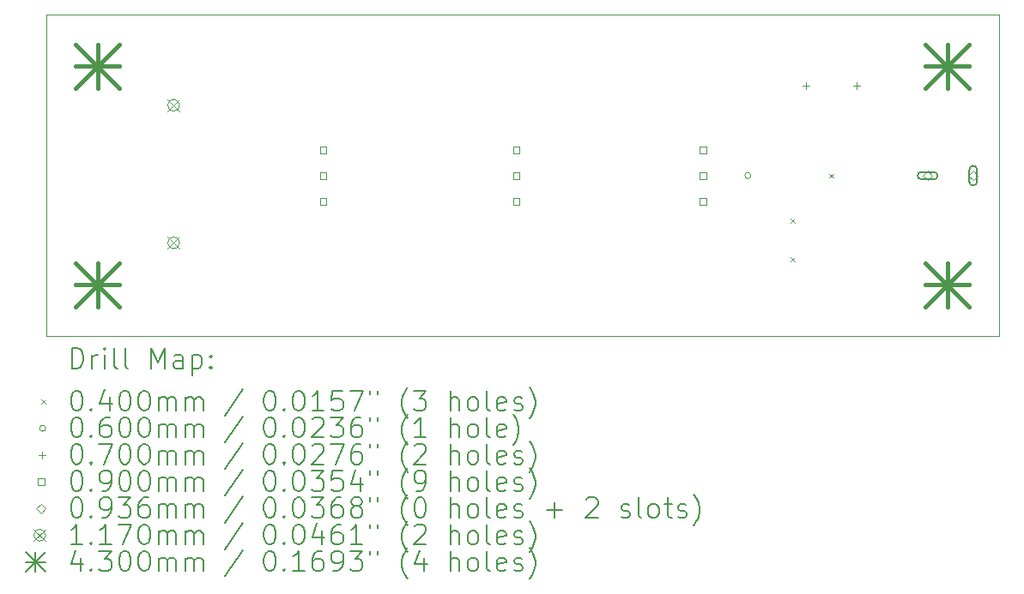
<source format=gbr>
%FSLAX45Y45*%
G04 Gerber Fmt 4.5, Leading zero omitted, Abs format (unit mm)*
G04 Created by KiCad (PCBNEW (6.0.2)) date 2022-04-20 19:37:09*
%MOMM*%
%LPD*%
G01*
G04 APERTURE LIST*
%TA.AperFunction,Profile*%
%ADD10C,0.100000*%
%TD*%
%ADD11C,0.200000*%
%ADD12C,0.040000*%
%ADD13C,0.060000*%
%ADD14C,0.070000*%
%ADD15C,0.090000*%
%ADD16C,0.093560*%
%ADD17C,0.117000*%
%ADD18C,0.430000*%
G04 APERTURE END LIST*
D10*
X10299700Y-8128000D02*
X19697700Y-8128000D01*
X19697700Y-8128000D02*
X19697700Y-11303000D01*
X19697700Y-11303000D02*
X10299700Y-11303000D01*
X10299700Y-11303000D02*
X10299700Y-8128000D01*
D11*
D12*
X17645700Y-10140000D02*
X17685700Y-10180000D01*
X17685700Y-10140000D02*
X17645700Y-10180000D01*
X17645700Y-10521000D02*
X17685700Y-10561000D01*
X17685700Y-10521000D02*
X17645700Y-10561000D01*
X18026700Y-9695500D02*
X18066700Y-9735500D01*
X18066700Y-9695500D02*
X18026700Y-9735500D01*
D13*
X17251200Y-9715500D02*
G75*
G03*
X17251200Y-9715500I-30000J0D01*
G01*
D14*
X17796700Y-8791500D02*
X17796700Y-8861500D01*
X17761700Y-8826500D02*
X17831700Y-8826500D01*
X18296700Y-8791500D02*
X18296700Y-8861500D01*
X18261700Y-8826500D02*
X18331700Y-8826500D01*
D15*
X13062020Y-9493320D02*
X13062020Y-9429680D01*
X12998380Y-9429680D01*
X12998380Y-9493320D01*
X13062020Y-9493320D01*
X13062020Y-9747320D02*
X13062020Y-9683680D01*
X12998380Y-9683680D01*
X12998380Y-9747320D01*
X13062020Y-9747320D01*
X13062020Y-10001320D02*
X13062020Y-9937680D01*
X12998380Y-9937680D01*
X12998380Y-10001320D01*
X13062020Y-10001320D01*
X14967020Y-9493320D02*
X14967020Y-9429680D01*
X14903380Y-9429680D01*
X14903380Y-9493320D01*
X14967020Y-9493320D01*
X14967020Y-9747320D02*
X14967020Y-9683680D01*
X14903380Y-9683680D01*
X14903380Y-9747320D01*
X14967020Y-9747320D01*
X14967020Y-10001320D02*
X14967020Y-9937680D01*
X14903380Y-9937680D01*
X14903380Y-10001320D01*
X14967020Y-10001320D01*
X16808520Y-9493320D02*
X16808520Y-9429680D01*
X16744880Y-9429680D01*
X16744880Y-9493320D01*
X16808520Y-9493320D01*
X16808520Y-9747320D02*
X16808520Y-9683680D01*
X16744880Y-9683680D01*
X16744880Y-9747320D01*
X16808520Y-9747320D01*
X16808520Y-10001320D02*
X16808520Y-9937680D01*
X16744880Y-9937680D01*
X16744880Y-10001320D01*
X16808520Y-10001320D01*
D16*
X18993700Y-9762280D02*
X19040480Y-9715500D01*
X18993700Y-9668720D01*
X18946920Y-9715500D01*
X18993700Y-9762280D01*
D11*
X18932900Y-9752280D02*
X19054500Y-9752280D01*
X18932900Y-9678720D02*
X19054500Y-9678720D01*
X19054500Y-9752280D02*
G75*
G03*
X19054500Y-9678720I0J36780D01*
G01*
X18932900Y-9678720D02*
G75*
G03*
X18932900Y-9752280I0J-36780D01*
G01*
D16*
X19443700Y-9762280D02*
X19490480Y-9715500D01*
X19443700Y-9668720D01*
X19396920Y-9715500D01*
X19443700Y-9762280D01*
D11*
X19480480Y-9776300D02*
X19480480Y-9654700D01*
X19406920Y-9776300D02*
X19406920Y-9654700D01*
X19480480Y-9654700D02*
G75*
G03*
X19406920Y-9654700I-36780J0D01*
G01*
X19406920Y-9776300D02*
G75*
G03*
X19480480Y-9776300I36780J0D01*
G01*
D17*
X11498700Y-8962000D02*
X11615700Y-9079000D01*
X11615700Y-8962000D02*
X11498700Y-9079000D01*
X11615700Y-9020500D02*
G75*
G03*
X11615700Y-9020500I-58500J0D01*
G01*
X11498700Y-10321000D02*
X11615700Y-10438000D01*
X11615700Y-10321000D02*
X11498700Y-10438000D01*
X11615700Y-10379500D02*
G75*
G03*
X11615700Y-10379500I-58500J0D01*
G01*
D18*
X10592700Y-8421000D02*
X11022700Y-8851000D01*
X11022700Y-8421000D02*
X10592700Y-8851000D01*
X10807700Y-8421000D02*
X10807700Y-8851000D01*
X10592700Y-8636000D02*
X11022700Y-8636000D01*
X10592700Y-10580000D02*
X11022700Y-11010000D01*
X11022700Y-10580000D02*
X10592700Y-11010000D01*
X10807700Y-10580000D02*
X10807700Y-11010000D01*
X10592700Y-10795000D02*
X11022700Y-10795000D01*
X18974700Y-8421000D02*
X19404700Y-8851000D01*
X19404700Y-8421000D02*
X18974700Y-8851000D01*
X19189700Y-8421000D02*
X19189700Y-8851000D01*
X18974700Y-8636000D02*
X19404700Y-8636000D01*
X18974700Y-10580000D02*
X19404700Y-11010000D01*
X19404700Y-10580000D02*
X18974700Y-11010000D01*
X19189700Y-10580000D02*
X19189700Y-11010000D01*
X18974700Y-10795000D02*
X19404700Y-10795000D01*
D11*
X10552319Y-11618476D02*
X10552319Y-11418476D01*
X10599938Y-11418476D01*
X10628510Y-11428000D01*
X10647557Y-11447048D01*
X10657081Y-11466095D01*
X10666605Y-11504190D01*
X10666605Y-11532762D01*
X10657081Y-11570857D01*
X10647557Y-11589905D01*
X10628510Y-11608952D01*
X10599938Y-11618476D01*
X10552319Y-11618476D01*
X10752319Y-11618476D02*
X10752319Y-11485143D01*
X10752319Y-11523238D02*
X10761843Y-11504190D01*
X10771367Y-11494667D01*
X10790414Y-11485143D01*
X10809462Y-11485143D01*
X10876129Y-11618476D02*
X10876129Y-11485143D01*
X10876129Y-11418476D02*
X10866605Y-11428000D01*
X10876129Y-11437524D01*
X10885652Y-11428000D01*
X10876129Y-11418476D01*
X10876129Y-11437524D01*
X10999938Y-11618476D02*
X10980890Y-11608952D01*
X10971367Y-11589905D01*
X10971367Y-11418476D01*
X11104700Y-11618476D02*
X11085652Y-11608952D01*
X11076129Y-11589905D01*
X11076129Y-11418476D01*
X11333271Y-11618476D02*
X11333271Y-11418476D01*
X11399938Y-11561333D01*
X11466605Y-11418476D01*
X11466605Y-11618476D01*
X11647557Y-11618476D02*
X11647557Y-11513714D01*
X11638033Y-11494667D01*
X11618986Y-11485143D01*
X11580890Y-11485143D01*
X11561843Y-11494667D01*
X11647557Y-11608952D02*
X11628509Y-11618476D01*
X11580890Y-11618476D01*
X11561843Y-11608952D01*
X11552319Y-11589905D01*
X11552319Y-11570857D01*
X11561843Y-11551809D01*
X11580890Y-11542286D01*
X11628509Y-11542286D01*
X11647557Y-11532762D01*
X11742795Y-11485143D02*
X11742795Y-11685143D01*
X11742795Y-11494667D02*
X11761843Y-11485143D01*
X11799938Y-11485143D01*
X11818986Y-11494667D01*
X11828509Y-11504190D01*
X11838033Y-11523238D01*
X11838033Y-11580381D01*
X11828509Y-11599428D01*
X11818986Y-11608952D01*
X11799938Y-11618476D01*
X11761843Y-11618476D01*
X11742795Y-11608952D01*
X11923748Y-11599428D02*
X11933271Y-11608952D01*
X11923748Y-11618476D01*
X11914224Y-11608952D01*
X11923748Y-11599428D01*
X11923748Y-11618476D01*
X11923748Y-11494667D02*
X11933271Y-11504190D01*
X11923748Y-11513714D01*
X11914224Y-11504190D01*
X11923748Y-11494667D01*
X11923748Y-11513714D01*
D12*
X10254700Y-11928000D02*
X10294700Y-11968000D01*
X10294700Y-11928000D02*
X10254700Y-11968000D01*
D11*
X10590414Y-11838476D02*
X10609462Y-11838476D01*
X10628510Y-11848000D01*
X10638033Y-11857524D01*
X10647557Y-11876571D01*
X10657081Y-11914667D01*
X10657081Y-11962286D01*
X10647557Y-12000381D01*
X10638033Y-12019428D01*
X10628510Y-12028952D01*
X10609462Y-12038476D01*
X10590414Y-12038476D01*
X10571367Y-12028952D01*
X10561843Y-12019428D01*
X10552319Y-12000381D01*
X10542795Y-11962286D01*
X10542795Y-11914667D01*
X10552319Y-11876571D01*
X10561843Y-11857524D01*
X10571367Y-11848000D01*
X10590414Y-11838476D01*
X10742795Y-12019428D02*
X10752319Y-12028952D01*
X10742795Y-12038476D01*
X10733271Y-12028952D01*
X10742795Y-12019428D01*
X10742795Y-12038476D01*
X10923748Y-11905143D02*
X10923748Y-12038476D01*
X10876129Y-11828952D02*
X10828510Y-11971809D01*
X10952319Y-11971809D01*
X11066605Y-11838476D02*
X11085652Y-11838476D01*
X11104700Y-11848000D01*
X11114224Y-11857524D01*
X11123748Y-11876571D01*
X11133271Y-11914667D01*
X11133271Y-11962286D01*
X11123748Y-12000381D01*
X11114224Y-12019428D01*
X11104700Y-12028952D01*
X11085652Y-12038476D01*
X11066605Y-12038476D01*
X11047557Y-12028952D01*
X11038033Y-12019428D01*
X11028510Y-12000381D01*
X11018986Y-11962286D01*
X11018986Y-11914667D01*
X11028510Y-11876571D01*
X11038033Y-11857524D01*
X11047557Y-11848000D01*
X11066605Y-11838476D01*
X11257081Y-11838476D02*
X11276128Y-11838476D01*
X11295176Y-11848000D01*
X11304700Y-11857524D01*
X11314224Y-11876571D01*
X11323748Y-11914667D01*
X11323748Y-11962286D01*
X11314224Y-12000381D01*
X11304700Y-12019428D01*
X11295176Y-12028952D01*
X11276128Y-12038476D01*
X11257081Y-12038476D01*
X11238033Y-12028952D01*
X11228509Y-12019428D01*
X11218986Y-12000381D01*
X11209462Y-11962286D01*
X11209462Y-11914667D01*
X11218986Y-11876571D01*
X11228509Y-11857524D01*
X11238033Y-11848000D01*
X11257081Y-11838476D01*
X11409462Y-12038476D02*
X11409462Y-11905143D01*
X11409462Y-11924190D02*
X11418986Y-11914667D01*
X11438033Y-11905143D01*
X11466605Y-11905143D01*
X11485652Y-11914667D01*
X11495176Y-11933714D01*
X11495176Y-12038476D01*
X11495176Y-11933714D02*
X11504700Y-11914667D01*
X11523748Y-11905143D01*
X11552319Y-11905143D01*
X11571367Y-11914667D01*
X11580890Y-11933714D01*
X11580890Y-12038476D01*
X11676128Y-12038476D02*
X11676128Y-11905143D01*
X11676128Y-11924190D02*
X11685652Y-11914667D01*
X11704700Y-11905143D01*
X11733271Y-11905143D01*
X11752319Y-11914667D01*
X11761843Y-11933714D01*
X11761843Y-12038476D01*
X11761843Y-11933714D02*
X11771367Y-11914667D01*
X11790414Y-11905143D01*
X11818986Y-11905143D01*
X11838033Y-11914667D01*
X11847557Y-11933714D01*
X11847557Y-12038476D01*
X12238033Y-11828952D02*
X12066605Y-12086095D01*
X12495176Y-11838476D02*
X12514224Y-11838476D01*
X12533271Y-11848000D01*
X12542795Y-11857524D01*
X12552319Y-11876571D01*
X12561843Y-11914667D01*
X12561843Y-11962286D01*
X12552319Y-12000381D01*
X12542795Y-12019428D01*
X12533271Y-12028952D01*
X12514224Y-12038476D01*
X12495176Y-12038476D01*
X12476128Y-12028952D01*
X12466605Y-12019428D01*
X12457081Y-12000381D01*
X12447557Y-11962286D01*
X12447557Y-11914667D01*
X12457081Y-11876571D01*
X12466605Y-11857524D01*
X12476128Y-11848000D01*
X12495176Y-11838476D01*
X12647557Y-12019428D02*
X12657081Y-12028952D01*
X12647557Y-12038476D01*
X12638033Y-12028952D01*
X12647557Y-12019428D01*
X12647557Y-12038476D01*
X12780890Y-11838476D02*
X12799938Y-11838476D01*
X12818986Y-11848000D01*
X12828509Y-11857524D01*
X12838033Y-11876571D01*
X12847557Y-11914667D01*
X12847557Y-11962286D01*
X12838033Y-12000381D01*
X12828509Y-12019428D01*
X12818986Y-12028952D01*
X12799938Y-12038476D01*
X12780890Y-12038476D01*
X12761843Y-12028952D01*
X12752319Y-12019428D01*
X12742795Y-12000381D01*
X12733271Y-11962286D01*
X12733271Y-11914667D01*
X12742795Y-11876571D01*
X12752319Y-11857524D01*
X12761843Y-11848000D01*
X12780890Y-11838476D01*
X13038033Y-12038476D02*
X12923748Y-12038476D01*
X12980890Y-12038476D02*
X12980890Y-11838476D01*
X12961843Y-11867048D01*
X12942795Y-11886095D01*
X12923748Y-11895619D01*
X13218986Y-11838476D02*
X13123748Y-11838476D01*
X13114224Y-11933714D01*
X13123748Y-11924190D01*
X13142795Y-11914667D01*
X13190414Y-11914667D01*
X13209462Y-11924190D01*
X13218986Y-11933714D01*
X13228509Y-11952762D01*
X13228509Y-12000381D01*
X13218986Y-12019428D01*
X13209462Y-12028952D01*
X13190414Y-12038476D01*
X13142795Y-12038476D01*
X13123748Y-12028952D01*
X13114224Y-12019428D01*
X13295176Y-11838476D02*
X13428509Y-11838476D01*
X13342795Y-12038476D01*
X13495176Y-11838476D02*
X13495176Y-11876571D01*
X13571367Y-11838476D02*
X13571367Y-11876571D01*
X13866605Y-12114667D02*
X13857081Y-12105143D01*
X13838033Y-12076571D01*
X13828509Y-12057524D01*
X13818986Y-12028952D01*
X13809462Y-11981333D01*
X13809462Y-11943238D01*
X13818986Y-11895619D01*
X13828509Y-11867048D01*
X13838033Y-11848000D01*
X13857081Y-11819428D01*
X13866605Y-11809905D01*
X13923748Y-11838476D02*
X14047557Y-11838476D01*
X13980890Y-11914667D01*
X14009462Y-11914667D01*
X14028509Y-11924190D01*
X14038033Y-11933714D01*
X14047557Y-11952762D01*
X14047557Y-12000381D01*
X14038033Y-12019428D01*
X14028509Y-12028952D01*
X14009462Y-12038476D01*
X13952319Y-12038476D01*
X13933271Y-12028952D01*
X13923748Y-12019428D01*
X14285652Y-12038476D02*
X14285652Y-11838476D01*
X14371367Y-12038476D02*
X14371367Y-11933714D01*
X14361843Y-11914667D01*
X14342795Y-11905143D01*
X14314224Y-11905143D01*
X14295176Y-11914667D01*
X14285652Y-11924190D01*
X14495176Y-12038476D02*
X14476128Y-12028952D01*
X14466605Y-12019428D01*
X14457081Y-12000381D01*
X14457081Y-11943238D01*
X14466605Y-11924190D01*
X14476128Y-11914667D01*
X14495176Y-11905143D01*
X14523748Y-11905143D01*
X14542795Y-11914667D01*
X14552319Y-11924190D01*
X14561843Y-11943238D01*
X14561843Y-12000381D01*
X14552319Y-12019428D01*
X14542795Y-12028952D01*
X14523748Y-12038476D01*
X14495176Y-12038476D01*
X14676128Y-12038476D02*
X14657081Y-12028952D01*
X14647557Y-12009905D01*
X14647557Y-11838476D01*
X14828509Y-12028952D02*
X14809462Y-12038476D01*
X14771367Y-12038476D01*
X14752319Y-12028952D01*
X14742795Y-12009905D01*
X14742795Y-11933714D01*
X14752319Y-11914667D01*
X14771367Y-11905143D01*
X14809462Y-11905143D01*
X14828509Y-11914667D01*
X14838033Y-11933714D01*
X14838033Y-11952762D01*
X14742795Y-11971809D01*
X14914224Y-12028952D02*
X14933271Y-12038476D01*
X14971367Y-12038476D01*
X14990414Y-12028952D01*
X14999938Y-12009905D01*
X14999938Y-12000381D01*
X14990414Y-11981333D01*
X14971367Y-11971809D01*
X14942795Y-11971809D01*
X14923748Y-11962286D01*
X14914224Y-11943238D01*
X14914224Y-11933714D01*
X14923748Y-11914667D01*
X14942795Y-11905143D01*
X14971367Y-11905143D01*
X14990414Y-11914667D01*
X15066605Y-12114667D02*
X15076128Y-12105143D01*
X15095176Y-12076571D01*
X15104700Y-12057524D01*
X15114224Y-12028952D01*
X15123748Y-11981333D01*
X15123748Y-11943238D01*
X15114224Y-11895619D01*
X15104700Y-11867048D01*
X15095176Y-11848000D01*
X15076128Y-11819428D01*
X15066605Y-11809905D01*
D13*
X10294700Y-12212000D02*
G75*
G03*
X10294700Y-12212000I-30000J0D01*
G01*
D11*
X10590414Y-12102476D02*
X10609462Y-12102476D01*
X10628510Y-12112000D01*
X10638033Y-12121524D01*
X10647557Y-12140571D01*
X10657081Y-12178667D01*
X10657081Y-12226286D01*
X10647557Y-12264381D01*
X10638033Y-12283428D01*
X10628510Y-12292952D01*
X10609462Y-12302476D01*
X10590414Y-12302476D01*
X10571367Y-12292952D01*
X10561843Y-12283428D01*
X10552319Y-12264381D01*
X10542795Y-12226286D01*
X10542795Y-12178667D01*
X10552319Y-12140571D01*
X10561843Y-12121524D01*
X10571367Y-12112000D01*
X10590414Y-12102476D01*
X10742795Y-12283428D02*
X10752319Y-12292952D01*
X10742795Y-12302476D01*
X10733271Y-12292952D01*
X10742795Y-12283428D01*
X10742795Y-12302476D01*
X10923748Y-12102476D02*
X10885652Y-12102476D01*
X10866605Y-12112000D01*
X10857081Y-12121524D01*
X10838033Y-12150095D01*
X10828510Y-12188190D01*
X10828510Y-12264381D01*
X10838033Y-12283428D01*
X10847557Y-12292952D01*
X10866605Y-12302476D01*
X10904700Y-12302476D01*
X10923748Y-12292952D01*
X10933271Y-12283428D01*
X10942795Y-12264381D01*
X10942795Y-12216762D01*
X10933271Y-12197714D01*
X10923748Y-12188190D01*
X10904700Y-12178667D01*
X10866605Y-12178667D01*
X10847557Y-12188190D01*
X10838033Y-12197714D01*
X10828510Y-12216762D01*
X11066605Y-12102476D02*
X11085652Y-12102476D01*
X11104700Y-12112000D01*
X11114224Y-12121524D01*
X11123748Y-12140571D01*
X11133271Y-12178667D01*
X11133271Y-12226286D01*
X11123748Y-12264381D01*
X11114224Y-12283428D01*
X11104700Y-12292952D01*
X11085652Y-12302476D01*
X11066605Y-12302476D01*
X11047557Y-12292952D01*
X11038033Y-12283428D01*
X11028510Y-12264381D01*
X11018986Y-12226286D01*
X11018986Y-12178667D01*
X11028510Y-12140571D01*
X11038033Y-12121524D01*
X11047557Y-12112000D01*
X11066605Y-12102476D01*
X11257081Y-12102476D02*
X11276128Y-12102476D01*
X11295176Y-12112000D01*
X11304700Y-12121524D01*
X11314224Y-12140571D01*
X11323748Y-12178667D01*
X11323748Y-12226286D01*
X11314224Y-12264381D01*
X11304700Y-12283428D01*
X11295176Y-12292952D01*
X11276128Y-12302476D01*
X11257081Y-12302476D01*
X11238033Y-12292952D01*
X11228509Y-12283428D01*
X11218986Y-12264381D01*
X11209462Y-12226286D01*
X11209462Y-12178667D01*
X11218986Y-12140571D01*
X11228509Y-12121524D01*
X11238033Y-12112000D01*
X11257081Y-12102476D01*
X11409462Y-12302476D02*
X11409462Y-12169143D01*
X11409462Y-12188190D02*
X11418986Y-12178667D01*
X11438033Y-12169143D01*
X11466605Y-12169143D01*
X11485652Y-12178667D01*
X11495176Y-12197714D01*
X11495176Y-12302476D01*
X11495176Y-12197714D02*
X11504700Y-12178667D01*
X11523748Y-12169143D01*
X11552319Y-12169143D01*
X11571367Y-12178667D01*
X11580890Y-12197714D01*
X11580890Y-12302476D01*
X11676128Y-12302476D02*
X11676128Y-12169143D01*
X11676128Y-12188190D02*
X11685652Y-12178667D01*
X11704700Y-12169143D01*
X11733271Y-12169143D01*
X11752319Y-12178667D01*
X11761843Y-12197714D01*
X11761843Y-12302476D01*
X11761843Y-12197714D02*
X11771367Y-12178667D01*
X11790414Y-12169143D01*
X11818986Y-12169143D01*
X11838033Y-12178667D01*
X11847557Y-12197714D01*
X11847557Y-12302476D01*
X12238033Y-12092952D02*
X12066605Y-12350095D01*
X12495176Y-12102476D02*
X12514224Y-12102476D01*
X12533271Y-12112000D01*
X12542795Y-12121524D01*
X12552319Y-12140571D01*
X12561843Y-12178667D01*
X12561843Y-12226286D01*
X12552319Y-12264381D01*
X12542795Y-12283428D01*
X12533271Y-12292952D01*
X12514224Y-12302476D01*
X12495176Y-12302476D01*
X12476128Y-12292952D01*
X12466605Y-12283428D01*
X12457081Y-12264381D01*
X12447557Y-12226286D01*
X12447557Y-12178667D01*
X12457081Y-12140571D01*
X12466605Y-12121524D01*
X12476128Y-12112000D01*
X12495176Y-12102476D01*
X12647557Y-12283428D02*
X12657081Y-12292952D01*
X12647557Y-12302476D01*
X12638033Y-12292952D01*
X12647557Y-12283428D01*
X12647557Y-12302476D01*
X12780890Y-12102476D02*
X12799938Y-12102476D01*
X12818986Y-12112000D01*
X12828509Y-12121524D01*
X12838033Y-12140571D01*
X12847557Y-12178667D01*
X12847557Y-12226286D01*
X12838033Y-12264381D01*
X12828509Y-12283428D01*
X12818986Y-12292952D01*
X12799938Y-12302476D01*
X12780890Y-12302476D01*
X12761843Y-12292952D01*
X12752319Y-12283428D01*
X12742795Y-12264381D01*
X12733271Y-12226286D01*
X12733271Y-12178667D01*
X12742795Y-12140571D01*
X12752319Y-12121524D01*
X12761843Y-12112000D01*
X12780890Y-12102476D01*
X12923748Y-12121524D02*
X12933271Y-12112000D01*
X12952319Y-12102476D01*
X12999938Y-12102476D01*
X13018986Y-12112000D01*
X13028509Y-12121524D01*
X13038033Y-12140571D01*
X13038033Y-12159619D01*
X13028509Y-12188190D01*
X12914224Y-12302476D01*
X13038033Y-12302476D01*
X13104700Y-12102476D02*
X13228509Y-12102476D01*
X13161843Y-12178667D01*
X13190414Y-12178667D01*
X13209462Y-12188190D01*
X13218986Y-12197714D01*
X13228509Y-12216762D01*
X13228509Y-12264381D01*
X13218986Y-12283428D01*
X13209462Y-12292952D01*
X13190414Y-12302476D01*
X13133271Y-12302476D01*
X13114224Y-12292952D01*
X13104700Y-12283428D01*
X13399938Y-12102476D02*
X13361843Y-12102476D01*
X13342795Y-12112000D01*
X13333271Y-12121524D01*
X13314224Y-12150095D01*
X13304700Y-12188190D01*
X13304700Y-12264381D01*
X13314224Y-12283428D01*
X13323748Y-12292952D01*
X13342795Y-12302476D01*
X13380890Y-12302476D01*
X13399938Y-12292952D01*
X13409462Y-12283428D01*
X13418986Y-12264381D01*
X13418986Y-12216762D01*
X13409462Y-12197714D01*
X13399938Y-12188190D01*
X13380890Y-12178667D01*
X13342795Y-12178667D01*
X13323748Y-12188190D01*
X13314224Y-12197714D01*
X13304700Y-12216762D01*
X13495176Y-12102476D02*
X13495176Y-12140571D01*
X13571367Y-12102476D02*
X13571367Y-12140571D01*
X13866605Y-12378667D02*
X13857081Y-12369143D01*
X13838033Y-12340571D01*
X13828509Y-12321524D01*
X13818986Y-12292952D01*
X13809462Y-12245333D01*
X13809462Y-12207238D01*
X13818986Y-12159619D01*
X13828509Y-12131048D01*
X13838033Y-12112000D01*
X13857081Y-12083428D01*
X13866605Y-12073905D01*
X14047557Y-12302476D02*
X13933271Y-12302476D01*
X13990414Y-12302476D02*
X13990414Y-12102476D01*
X13971367Y-12131048D01*
X13952319Y-12150095D01*
X13933271Y-12159619D01*
X14285652Y-12302476D02*
X14285652Y-12102476D01*
X14371367Y-12302476D02*
X14371367Y-12197714D01*
X14361843Y-12178667D01*
X14342795Y-12169143D01*
X14314224Y-12169143D01*
X14295176Y-12178667D01*
X14285652Y-12188190D01*
X14495176Y-12302476D02*
X14476128Y-12292952D01*
X14466605Y-12283428D01*
X14457081Y-12264381D01*
X14457081Y-12207238D01*
X14466605Y-12188190D01*
X14476128Y-12178667D01*
X14495176Y-12169143D01*
X14523748Y-12169143D01*
X14542795Y-12178667D01*
X14552319Y-12188190D01*
X14561843Y-12207238D01*
X14561843Y-12264381D01*
X14552319Y-12283428D01*
X14542795Y-12292952D01*
X14523748Y-12302476D01*
X14495176Y-12302476D01*
X14676128Y-12302476D02*
X14657081Y-12292952D01*
X14647557Y-12273905D01*
X14647557Y-12102476D01*
X14828509Y-12292952D02*
X14809462Y-12302476D01*
X14771367Y-12302476D01*
X14752319Y-12292952D01*
X14742795Y-12273905D01*
X14742795Y-12197714D01*
X14752319Y-12178667D01*
X14771367Y-12169143D01*
X14809462Y-12169143D01*
X14828509Y-12178667D01*
X14838033Y-12197714D01*
X14838033Y-12216762D01*
X14742795Y-12235809D01*
X14904700Y-12378667D02*
X14914224Y-12369143D01*
X14933271Y-12340571D01*
X14942795Y-12321524D01*
X14952319Y-12292952D01*
X14961843Y-12245333D01*
X14961843Y-12207238D01*
X14952319Y-12159619D01*
X14942795Y-12131048D01*
X14933271Y-12112000D01*
X14914224Y-12083428D01*
X14904700Y-12073905D01*
D14*
X10259700Y-12441000D02*
X10259700Y-12511000D01*
X10224700Y-12476000D02*
X10294700Y-12476000D01*
D11*
X10590414Y-12366476D02*
X10609462Y-12366476D01*
X10628510Y-12376000D01*
X10638033Y-12385524D01*
X10647557Y-12404571D01*
X10657081Y-12442667D01*
X10657081Y-12490286D01*
X10647557Y-12528381D01*
X10638033Y-12547428D01*
X10628510Y-12556952D01*
X10609462Y-12566476D01*
X10590414Y-12566476D01*
X10571367Y-12556952D01*
X10561843Y-12547428D01*
X10552319Y-12528381D01*
X10542795Y-12490286D01*
X10542795Y-12442667D01*
X10552319Y-12404571D01*
X10561843Y-12385524D01*
X10571367Y-12376000D01*
X10590414Y-12366476D01*
X10742795Y-12547428D02*
X10752319Y-12556952D01*
X10742795Y-12566476D01*
X10733271Y-12556952D01*
X10742795Y-12547428D01*
X10742795Y-12566476D01*
X10818986Y-12366476D02*
X10952319Y-12366476D01*
X10866605Y-12566476D01*
X11066605Y-12366476D02*
X11085652Y-12366476D01*
X11104700Y-12376000D01*
X11114224Y-12385524D01*
X11123748Y-12404571D01*
X11133271Y-12442667D01*
X11133271Y-12490286D01*
X11123748Y-12528381D01*
X11114224Y-12547428D01*
X11104700Y-12556952D01*
X11085652Y-12566476D01*
X11066605Y-12566476D01*
X11047557Y-12556952D01*
X11038033Y-12547428D01*
X11028510Y-12528381D01*
X11018986Y-12490286D01*
X11018986Y-12442667D01*
X11028510Y-12404571D01*
X11038033Y-12385524D01*
X11047557Y-12376000D01*
X11066605Y-12366476D01*
X11257081Y-12366476D02*
X11276128Y-12366476D01*
X11295176Y-12376000D01*
X11304700Y-12385524D01*
X11314224Y-12404571D01*
X11323748Y-12442667D01*
X11323748Y-12490286D01*
X11314224Y-12528381D01*
X11304700Y-12547428D01*
X11295176Y-12556952D01*
X11276128Y-12566476D01*
X11257081Y-12566476D01*
X11238033Y-12556952D01*
X11228509Y-12547428D01*
X11218986Y-12528381D01*
X11209462Y-12490286D01*
X11209462Y-12442667D01*
X11218986Y-12404571D01*
X11228509Y-12385524D01*
X11238033Y-12376000D01*
X11257081Y-12366476D01*
X11409462Y-12566476D02*
X11409462Y-12433143D01*
X11409462Y-12452190D02*
X11418986Y-12442667D01*
X11438033Y-12433143D01*
X11466605Y-12433143D01*
X11485652Y-12442667D01*
X11495176Y-12461714D01*
X11495176Y-12566476D01*
X11495176Y-12461714D02*
X11504700Y-12442667D01*
X11523748Y-12433143D01*
X11552319Y-12433143D01*
X11571367Y-12442667D01*
X11580890Y-12461714D01*
X11580890Y-12566476D01*
X11676128Y-12566476D02*
X11676128Y-12433143D01*
X11676128Y-12452190D02*
X11685652Y-12442667D01*
X11704700Y-12433143D01*
X11733271Y-12433143D01*
X11752319Y-12442667D01*
X11761843Y-12461714D01*
X11761843Y-12566476D01*
X11761843Y-12461714D02*
X11771367Y-12442667D01*
X11790414Y-12433143D01*
X11818986Y-12433143D01*
X11838033Y-12442667D01*
X11847557Y-12461714D01*
X11847557Y-12566476D01*
X12238033Y-12356952D02*
X12066605Y-12614095D01*
X12495176Y-12366476D02*
X12514224Y-12366476D01*
X12533271Y-12376000D01*
X12542795Y-12385524D01*
X12552319Y-12404571D01*
X12561843Y-12442667D01*
X12561843Y-12490286D01*
X12552319Y-12528381D01*
X12542795Y-12547428D01*
X12533271Y-12556952D01*
X12514224Y-12566476D01*
X12495176Y-12566476D01*
X12476128Y-12556952D01*
X12466605Y-12547428D01*
X12457081Y-12528381D01*
X12447557Y-12490286D01*
X12447557Y-12442667D01*
X12457081Y-12404571D01*
X12466605Y-12385524D01*
X12476128Y-12376000D01*
X12495176Y-12366476D01*
X12647557Y-12547428D02*
X12657081Y-12556952D01*
X12647557Y-12566476D01*
X12638033Y-12556952D01*
X12647557Y-12547428D01*
X12647557Y-12566476D01*
X12780890Y-12366476D02*
X12799938Y-12366476D01*
X12818986Y-12376000D01*
X12828509Y-12385524D01*
X12838033Y-12404571D01*
X12847557Y-12442667D01*
X12847557Y-12490286D01*
X12838033Y-12528381D01*
X12828509Y-12547428D01*
X12818986Y-12556952D01*
X12799938Y-12566476D01*
X12780890Y-12566476D01*
X12761843Y-12556952D01*
X12752319Y-12547428D01*
X12742795Y-12528381D01*
X12733271Y-12490286D01*
X12733271Y-12442667D01*
X12742795Y-12404571D01*
X12752319Y-12385524D01*
X12761843Y-12376000D01*
X12780890Y-12366476D01*
X12923748Y-12385524D02*
X12933271Y-12376000D01*
X12952319Y-12366476D01*
X12999938Y-12366476D01*
X13018986Y-12376000D01*
X13028509Y-12385524D01*
X13038033Y-12404571D01*
X13038033Y-12423619D01*
X13028509Y-12452190D01*
X12914224Y-12566476D01*
X13038033Y-12566476D01*
X13104700Y-12366476D02*
X13238033Y-12366476D01*
X13152319Y-12566476D01*
X13399938Y-12366476D02*
X13361843Y-12366476D01*
X13342795Y-12376000D01*
X13333271Y-12385524D01*
X13314224Y-12414095D01*
X13304700Y-12452190D01*
X13304700Y-12528381D01*
X13314224Y-12547428D01*
X13323748Y-12556952D01*
X13342795Y-12566476D01*
X13380890Y-12566476D01*
X13399938Y-12556952D01*
X13409462Y-12547428D01*
X13418986Y-12528381D01*
X13418986Y-12480762D01*
X13409462Y-12461714D01*
X13399938Y-12452190D01*
X13380890Y-12442667D01*
X13342795Y-12442667D01*
X13323748Y-12452190D01*
X13314224Y-12461714D01*
X13304700Y-12480762D01*
X13495176Y-12366476D02*
X13495176Y-12404571D01*
X13571367Y-12366476D02*
X13571367Y-12404571D01*
X13866605Y-12642667D02*
X13857081Y-12633143D01*
X13838033Y-12604571D01*
X13828509Y-12585524D01*
X13818986Y-12556952D01*
X13809462Y-12509333D01*
X13809462Y-12471238D01*
X13818986Y-12423619D01*
X13828509Y-12395048D01*
X13838033Y-12376000D01*
X13857081Y-12347428D01*
X13866605Y-12337905D01*
X13933271Y-12385524D02*
X13942795Y-12376000D01*
X13961843Y-12366476D01*
X14009462Y-12366476D01*
X14028509Y-12376000D01*
X14038033Y-12385524D01*
X14047557Y-12404571D01*
X14047557Y-12423619D01*
X14038033Y-12452190D01*
X13923748Y-12566476D01*
X14047557Y-12566476D01*
X14285652Y-12566476D02*
X14285652Y-12366476D01*
X14371367Y-12566476D02*
X14371367Y-12461714D01*
X14361843Y-12442667D01*
X14342795Y-12433143D01*
X14314224Y-12433143D01*
X14295176Y-12442667D01*
X14285652Y-12452190D01*
X14495176Y-12566476D02*
X14476128Y-12556952D01*
X14466605Y-12547428D01*
X14457081Y-12528381D01*
X14457081Y-12471238D01*
X14466605Y-12452190D01*
X14476128Y-12442667D01*
X14495176Y-12433143D01*
X14523748Y-12433143D01*
X14542795Y-12442667D01*
X14552319Y-12452190D01*
X14561843Y-12471238D01*
X14561843Y-12528381D01*
X14552319Y-12547428D01*
X14542795Y-12556952D01*
X14523748Y-12566476D01*
X14495176Y-12566476D01*
X14676128Y-12566476D02*
X14657081Y-12556952D01*
X14647557Y-12537905D01*
X14647557Y-12366476D01*
X14828509Y-12556952D02*
X14809462Y-12566476D01*
X14771367Y-12566476D01*
X14752319Y-12556952D01*
X14742795Y-12537905D01*
X14742795Y-12461714D01*
X14752319Y-12442667D01*
X14771367Y-12433143D01*
X14809462Y-12433143D01*
X14828509Y-12442667D01*
X14838033Y-12461714D01*
X14838033Y-12480762D01*
X14742795Y-12499809D01*
X14914224Y-12556952D02*
X14933271Y-12566476D01*
X14971367Y-12566476D01*
X14990414Y-12556952D01*
X14999938Y-12537905D01*
X14999938Y-12528381D01*
X14990414Y-12509333D01*
X14971367Y-12499809D01*
X14942795Y-12499809D01*
X14923748Y-12490286D01*
X14914224Y-12471238D01*
X14914224Y-12461714D01*
X14923748Y-12442667D01*
X14942795Y-12433143D01*
X14971367Y-12433143D01*
X14990414Y-12442667D01*
X15066605Y-12642667D02*
X15076128Y-12633143D01*
X15095176Y-12604571D01*
X15104700Y-12585524D01*
X15114224Y-12556952D01*
X15123748Y-12509333D01*
X15123748Y-12471238D01*
X15114224Y-12423619D01*
X15104700Y-12395048D01*
X15095176Y-12376000D01*
X15076128Y-12347428D01*
X15066605Y-12337905D01*
D15*
X10281520Y-12771820D02*
X10281520Y-12708180D01*
X10217880Y-12708180D01*
X10217880Y-12771820D01*
X10281520Y-12771820D01*
D11*
X10590414Y-12630476D02*
X10609462Y-12630476D01*
X10628510Y-12640000D01*
X10638033Y-12649524D01*
X10647557Y-12668571D01*
X10657081Y-12706667D01*
X10657081Y-12754286D01*
X10647557Y-12792381D01*
X10638033Y-12811428D01*
X10628510Y-12820952D01*
X10609462Y-12830476D01*
X10590414Y-12830476D01*
X10571367Y-12820952D01*
X10561843Y-12811428D01*
X10552319Y-12792381D01*
X10542795Y-12754286D01*
X10542795Y-12706667D01*
X10552319Y-12668571D01*
X10561843Y-12649524D01*
X10571367Y-12640000D01*
X10590414Y-12630476D01*
X10742795Y-12811428D02*
X10752319Y-12820952D01*
X10742795Y-12830476D01*
X10733271Y-12820952D01*
X10742795Y-12811428D01*
X10742795Y-12830476D01*
X10847557Y-12830476D02*
X10885652Y-12830476D01*
X10904700Y-12820952D01*
X10914224Y-12811428D01*
X10933271Y-12782857D01*
X10942795Y-12744762D01*
X10942795Y-12668571D01*
X10933271Y-12649524D01*
X10923748Y-12640000D01*
X10904700Y-12630476D01*
X10866605Y-12630476D01*
X10847557Y-12640000D01*
X10838033Y-12649524D01*
X10828510Y-12668571D01*
X10828510Y-12716190D01*
X10838033Y-12735238D01*
X10847557Y-12744762D01*
X10866605Y-12754286D01*
X10904700Y-12754286D01*
X10923748Y-12744762D01*
X10933271Y-12735238D01*
X10942795Y-12716190D01*
X11066605Y-12630476D02*
X11085652Y-12630476D01*
X11104700Y-12640000D01*
X11114224Y-12649524D01*
X11123748Y-12668571D01*
X11133271Y-12706667D01*
X11133271Y-12754286D01*
X11123748Y-12792381D01*
X11114224Y-12811428D01*
X11104700Y-12820952D01*
X11085652Y-12830476D01*
X11066605Y-12830476D01*
X11047557Y-12820952D01*
X11038033Y-12811428D01*
X11028510Y-12792381D01*
X11018986Y-12754286D01*
X11018986Y-12706667D01*
X11028510Y-12668571D01*
X11038033Y-12649524D01*
X11047557Y-12640000D01*
X11066605Y-12630476D01*
X11257081Y-12630476D02*
X11276128Y-12630476D01*
X11295176Y-12640000D01*
X11304700Y-12649524D01*
X11314224Y-12668571D01*
X11323748Y-12706667D01*
X11323748Y-12754286D01*
X11314224Y-12792381D01*
X11304700Y-12811428D01*
X11295176Y-12820952D01*
X11276128Y-12830476D01*
X11257081Y-12830476D01*
X11238033Y-12820952D01*
X11228509Y-12811428D01*
X11218986Y-12792381D01*
X11209462Y-12754286D01*
X11209462Y-12706667D01*
X11218986Y-12668571D01*
X11228509Y-12649524D01*
X11238033Y-12640000D01*
X11257081Y-12630476D01*
X11409462Y-12830476D02*
X11409462Y-12697143D01*
X11409462Y-12716190D02*
X11418986Y-12706667D01*
X11438033Y-12697143D01*
X11466605Y-12697143D01*
X11485652Y-12706667D01*
X11495176Y-12725714D01*
X11495176Y-12830476D01*
X11495176Y-12725714D02*
X11504700Y-12706667D01*
X11523748Y-12697143D01*
X11552319Y-12697143D01*
X11571367Y-12706667D01*
X11580890Y-12725714D01*
X11580890Y-12830476D01*
X11676128Y-12830476D02*
X11676128Y-12697143D01*
X11676128Y-12716190D02*
X11685652Y-12706667D01*
X11704700Y-12697143D01*
X11733271Y-12697143D01*
X11752319Y-12706667D01*
X11761843Y-12725714D01*
X11761843Y-12830476D01*
X11761843Y-12725714D02*
X11771367Y-12706667D01*
X11790414Y-12697143D01*
X11818986Y-12697143D01*
X11838033Y-12706667D01*
X11847557Y-12725714D01*
X11847557Y-12830476D01*
X12238033Y-12620952D02*
X12066605Y-12878095D01*
X12495176Y-12630476D02*
X12514224Y-12630476D01*
X12533271Y-12640000D01*
X12542795Y-12649524D01*
X12552319Y-12668571D01*
X12561843Y-12706667D01*
X12561843Y-12754286D01*
X12552319Y-12792381D01*
X12542795Y-12811428D01*
X12533271Y-12820952D01*
X12514224Y-12830476D01*
X12495176Y-12830476D01*
X12476128Y-12820952D01*
X12466605Y-12811428D01*
X12457081Y-12792381D01*
X12447557Y-12754286D01*
X12447557Y-12706667D01*
X12457081Y-12668571D01*
X12466605Y-12649524D01*
X12476128Y-12640000D01*
X12495176Y-12630476D01*
X12647557Y-12811428D02*
X12657081Y-12820952D01*
X12647557Y-12830476D01*
X12638033Y-12820952D01*
X12647557Y-12811428D01*
X12647557Y-12830476D01*
X12780890Y-12630476D02*
X12799938Y-12630476D01*
X12818986Y-12640000D01*
X12828509Y-12649524D01*
X12838033Y-12668571D01*
X12847557Y-12706667D01*
X12847557Y-12754286D01*
X12838033Y-12792381D01*
X12828509Y-12811428D01*
X12818986Y-12820952D01*
X12799938Y-12830476D01*
X12780890Y-12830476D01*
X12761843Y-12820952D01*
X12752319Y-12811428D01*
X12742795Y-12792381D01*
X12733271Y-12754286D01*
X12733271Y-12706667D01*
X12742795Y-12668571D01*
X12752319Y-12649524D01*
X12761843Y-12640000D01*
X12780890Y-12630476D01*
X12914224Y-12630476D02*
X13038033Y-12630476D01*
X12971367Y-12706667D01*
X12999938Y-12706667D01*
X13018986Y-12716190D01*
X13028509Y-12725714D01*
X13038033Y-12744762D01*
X13038033Y-12792381D01*
X13028509Y-12811428D01*
X13018986Y-12820952D01*
X12999938Y-12830476D01*
X12942795Y-12830476D01*
X12923748Y-12820952D01*
X12914224Y-12811428D01*
X13218986Y-12630476D02*
X13123748Y-12630476D01*
X13114224Y-12725714D01*
X13123748Y-12716190D01*
X13142795Y-12706667D01*
X13190414Y-12706667D01*
X13209462Y-12716190D01*
X13218986Y-12725714D01*
X13228509Y-12744762D01*
X13228509Y-12792381D01*
X13218986Y-12811428D01*
X13209462Y-12820952D01*
X13190414Y-12830476D01*
X13142795Y-12830476D01*
X13123748Y-12820952D01*
X13114224Y-12811428D01*
X13399938Y-12697143D02*
X13399938Y-12830476D01*
X13352319Y-12620952D02*
X13304700Y-12763809D01*
X13428509Y-12763809D01*
X13495176Y-12630476D02*
X13495176Y-12668571D01*
X13571367Y-12630476D02*
X13571367Y-12668571D01*
X13866605Y-12906667D02*
X13857081Y-12897143D01*
X13838033Y-12868571D01*
X13828509Y-12849524D01*
X13818986Y-12820952D01*
X13809462Y-12773333D01*
X13809462Y-12735238D01*
X13818986Y-12687619D01*
X13828509Y-12659048D01*
X13838033Y-12640000D01*
X13857081Y-12611428D01*
X13866605Y-12601905D01*
X13952319Y-12830476D02*
X13990414Y-12830476D01*
X14009462Y-12820952D01*
X14018986Y-12811428D01*
X14038033Y-12782857D01*
X14047557Y-12744762D01*
X14047557Y-12668571D01*
X14038033Y-12649524D01*
X14028509Y-12640000D01*
X14009462Y-12630476D01*
X13971367Y-12630476D01*
X13952319Y-12640000D01*
X13942795Y-12649524D01*
X13933271Y-12668571D01*
X13933271Y-12716190D01*
X13942795Y-12735238D01*
X13952319Y-12744762D01*
X13971367Y-12754286D01*
X14009462Y-12754286D01*
X14028509Y-12744762D01*
X14038033Y-12735238D01*
X14047557Y-12716190D01*
X14285652Y-12830476D02*
X14285652Y-12630476D01*
X14371367Y-12830476D02*
X14371367Y-12725714D01*
X14361843Y-12706667D01*
X14342795Y-12697143D01*
X14314224Y-12697143D01*
X14295176Y-12706667D01*
X14285652Y-12716190D01*
X14495176Y-12830476D02*
X14476128Y-12820952D01*
X14466605Y-12811428D01*
X14457081Y-12792381D01*
X14457081Y-12735238D01*
X14466605Y-12716190D01*
X14476128Y-12706667D01*
X14495176Y-12697143D01*
X14523748Y-12697143D01*
X14542795Y-12706667D01*
X14552319Y-12716190D01*
X14561843Y-12735238D01*
X14561843Y-12792381D01*
X14552319Y-12811428D01*
X14542795Y-12820952D01*
X14523748Y-12830476D01*
X14495176Y-12830476D01*
X14676128Y-12830476D02*
X14657081Y-12820952D01*
X14647557Y-12801905D01*
X14647557Y-12630476D01*
X14828509Y-12820952D02*
X14809462Y-12830476D01*
X14771367Y-12830476D01*
X14752319Y-12820952D01*
X14742795Y-12801905D01*
X14742795Y-12725714D01*
X14752319Y-12706667D01*
X14771367Y-12697143D01*
X14809462Y-12697143D01*
X14828509Y-12706667D01*
X14838033Y-12725714D01*
X14838033Y-12744762D01*
X14742795Y-12763809D01*
X14914224Y-12820952D02*
X14933271Y-12830476D01*
X14971367Y-12830476D01*
X14990414Y-12820952D01*
X14999938Y-12801905D01*
X14999938Y-12792381D01*
X14990414Y-12773333D01*
X14971367Y-12763809D01*
X14942795Y-12763809D01*
X14923748Y-12754286D01*
X14914224Y-12735238D01*
X14914224Y-12725714D01*
X14923748Y-12706667D01*
X14942795Y-12697143D01*
X14971367Y-12697143D01*
X14990414Y-12706667D01*
X15066605Y-12906667D02*
X15076128Y-12897143D01*
X15095176Y-12868571D01*
X15104700Y-12849524D01*
X15114224Y-12820952D01*
X15123748Y-12773333D01*
X15123748Y-12735238D01*
X15114224Y-12687619D01*
X15104700Y-12659048D01*
X15095176Y-12640000D01*
X15076128Y-12611428D01*
X15066605Y-12601905D01*
D16*
X10247920Y-13050780D02*
X10294700Y-13004000D01*
X10247920Y-12957220D01*
X10201140Y-13004000D01*
X10247920Y-13050780D01*
D11*
X10590414Y-12894476D02*
X10609462Y-12894476D01*
X10628510Y-12904000D01*
X10638033Y-12913524D01*
X10647557Y-12932571D01*
X10657081Y-12970667D01*
X10657081Y-13018286D01*
X10647557Y-13056381D01*
X10638033Y-13075428D01*
X10628510Y-13084952D01*
X10609462Y-13094476D01*
X10590414Y-13094476D01*
X10571367Y-13084952D01*
X10561843Y-13075428D01*
X10552319Y-13056381D01*
X10542795Y-13018286D01*
X10542795Y-12970667D01*
X10552319Y-12932571D01*
X10561843Y-12913524D01*
X10571367Y-12904000D01*
X10590414Y-12894476D01*
X10742795Y-13075428D02*
X10752319Y-13084952D01*
X10742795Y-13094476D01*
X10733271Y-13084952D01*
X10742795Y-13075428D01*
X10742795Y-13094476D01*
X10847557Y-13094476D02*
X10885652Y-13094476D01*
X10904700Y-13084952D01*
X10914224Y-13075428D01*
X10933271Y-13046857D01*
X10942795Y-13008762D01*
X10942795Y-12932571D01*
X10933271Y-12913524D01*
X10923748Y-12904000D01*
X10904700Y-12894476D01*
X10866605Y-12894476D01*
X10847557Y-12904000D01*
X10838033Y-12913524D01*
X10828510Y-12932571D01*
X10828510Y-12980190D01*
X10838033Y-12999238D01*
X10847557Y-13008762D01*
X10866605Y-13018286D01*
X10904700Y-13018286D01*
X10923748Y-13008762D01*
X10933271Y-12999238D01*
X10942795Y-12980190D01*
X11009462Y-12894476D02*
X11133271Y-12894476D01*
X11066605Y-12970667D01*
X11095176Y-12970667D01*
X11114224Y-12980190D01*
X11123748Y-12989714D01*
X11133271Y-13008762D01*
X11133271Y-13056381D01*
X11123748Y-13075428D01*
X11114224Y-13084952D01*
X11095176Y-13094476D01*
X11038033Y-13094476D01*
X11018986Y-13084952D01*
X11009462Y-13075428D01*
X11304700Y-12894476D02*
X11266605Y-12894476D01*
X11247557Y-12904000D01*
X11238033Y-12913524D01*
X11218986Y-12942095D01*
X11209462Y-12980190D01*
X11209462Y-13056381D01*
X11218986Y-13075428D01*
X11228509Y-13084952D01*
X11247557Y-13094476D01*
X11285652Y-13094476D01*
X11304700Y-13084952D01*
X11314224Y-13075428D01*
X11323748Y-13056381D01*
X11323748Y-13008762D01*
X11314224Y-12989714D01*
X11304700Y-12980190D01*
X11285652Y-12970667D01*
X11247557Y-12970667D01*
X11228509Y-12980190D01*
X11218986Y-12989714D01*
X11209462Y-13008762D01*
X11409462Y-13094476D02*
X11409462Y-12961143D01*
X11409462Y-12980190D02*
X11418986Y-12970667D01*
X11438033Y-12961143D01*
X11466605Y-12961143D01*
X11485652Y-12970667D01*
X11495176Y-12989714D01*
X11495176Y-13094476D01*
X11495176Y-12989714D02*
X11504700Y-12970667D01*
X11523748Y-12961143D01*
X11552319Y-12961143D01*
X11571367Y-12970667D01*
X11580890Y-12989714D01*
X11580890Y-13094476D01*
X11676128Y-13094476D02*
X11676128Y-12961143D01*
X11676128Y-12980190D02*
X11685652Y-12970667D01*
X11704700Y-12961143D01*
X11733271Y-12961143D01*
X11752319Y-12970667D01*
X11761843Y-12989714D01*
X11761843Y-13094476D01*
X11761843Y-12989714D02*
X11771367Y-12970667D01*
X11790414Y-12961143D01*
X11818986Y-12961143D01*
X11838033Y-12970667D01*
X11847557Y-12989714D01*
X11847557Y-13094476D01*
X12238033Y-12884952D02*
X12066605Y-13142095D01*
X12495176Y-12894476D02*
X12514224Y-12894476D01*
X12533271Y-12904000D01*
X12542795Y-12913524D01*
X12552319Y-12932571D01*
X12561843Y-12970667D01*
X12561843Y-13018286D01*
X12552319Y-13056381D01*
X12542795Y-13075428D01*
X12533271Y-13084952D01*
X12514224Y-13094476D01*
X12495176Y-13094476D01*
X12476128Y-13084952D01*
X12466605Y-13075428D01*
X12457081Y-13056381D01*
X12447557Y-13018286D01*
X12447557Y-12970667D01*
X12457081Y-12932571D01*
X12466605Y-12913524D01*
X12476128Y-12904000D01*
X12495176Y-12894476D01*
X12647557Y-13075428D02*
X12657081Y-13084952D01*
X12647557Y-13094476D01*
X12638033Y-13084952D01*
X12647557Y-13075428D01*
X12647557Y-13094476D01*
X12780890Y-12894476D02*
X12799938Y-12894476D01*
X12818986Y-12904000D01*
X12828509Y-12913524D01*
X12838033Y-12932571D01*
X12847557Y-12970667D01*
X12847557Y-13018286D01*
X12838033Y-13056381D01*
X12828509Y-13075428D01*
X12818986Y-13084952D01*
X12799938Y-13094476D01*
X12780890Y-13094476D01*
X12761843Y-13084952D01*
X12752319Y-13075428D01*
X12742795Y-13056381D01*
X12733271Y-13018286D01*
X12733271Y-12970667D01*
X12742795Y-12932571D01*
X12752319Y-12913524D01*
X12761843Y-12904000D01*
X12780890Y-12894476D01*
X12914224Y-12894476D02*
X13038033Y-12894476D01*
X12971367Y-12970667D01*
X12999938Y-12970667D01*
X13018986Y-12980190D01*
X13028509Y-12989714D01*
X13038033Y-13008762D01*
X13038033Y-13056381D01*
X13028509Y-13075428D01*
X13018986Y-13084952D01*
X12999938Y-13094476D01*
X12942795Y-13094476D01*
X12923748Y-13084952D01*
X12914224Y-13075428D01*
X13209462Y-12894476D02*
X13171367Y-12894476D01*
X13152319Y-12904000D01*
X13142795Y-12913524D01*
X13123748Y-12942095D01*
X13114224Y-12980190D01*
X13114224Y-13056381D01*
X13123748Y-13075428D01*
X13133271Y-13084952D01*
X13152319Y-13094476D01*
X13190414Y-13094476D01*
X13209462Y-13084952D01*
X13218986Y-13075428D01*
X13228509Y-13056381D01*
X13228509Y-13008762D01*
X13218986Y-12989714D01*
X13209462Y-12980190D01*
X13190414Y-12970667D01*
X13152319Y-12970667D01*
X13133271Y-12980190D01*
X13123748Y-12989714D01*
X13114224Y-13008762D01*
X13342795Y-12980190D02*
X13323748Y-12970667D01*
X13314224Y-12961143D01*
X13304700Y-12942095D01*
X13304700Y-12932571D01*
X13314224Y-12913524D01*
X13323748Y-12904000D01*
X13342795Y-12894476D01*
X13380890Y-12894476D01*
X13399938Y-12904000D01*
X13409462Y-12913524D01*
X13418986Y-12932571D01*
X13418986Y-12942095D01*
X13409462Y-12961143D01*
X13399938Y-12970667D01*
X13380890Y-12980190D01*
X13342795Y-12980190D01*
X13323748Y-12989714D01*
X13314224Y-12999238D01*
X13304700Y-13018286D01*
X13304700Y-13056381D01*
X13314224Y-13075428D01*
X13323748Y-13084952D01*
X13342795Y-13094476D01*
X13380890Y-13094476D01*
X13399938Y-13084952D01*
X13409462Y-13075428D01*
X13418986Y-13056381D01*
X13418986Y-13018286D01*
X13409462Y-12999238D01*
X13399938Y-12989714D01*
X13380890Y-12980190D01*
X13495176Y-12894476D02*
X13495176Y-12932571D01*
X13571367Y-12894476D02*
X13571367Y-12932571D01*
X13866605Y-13170667D02*
X13857081Y-13161143D01*
X13838033Y-13132571D01*
X13828509Y-13113524D01*
X13818986Y-13084952D01*
X13809462Y-13037333D01*
X13809462Y-12999238D01*
X13818986Y-12951619D01*
X13828509Y-12923048D01*
X13838033Y-12904000D01*
X13857081Y-12875428D01*
X13866605Y-12865905D01*
X13980890Y-12894476D02*
X13999938Y-12894476D01*
X14018986Y-12904000D01*
X14028509Y-12913524D01*
X14038033Y-12932571D01*
X14047557Y-12970667D01*
X14047557Y-13018286D01*
X14038033Y-13056381D01*
X14028509Y-13075428D01*
X14018986Y-13084952D01*
X13999938Y-13094476D01*
X13980890Y-13094476D01*
X13961843Y-13084952D01*
X13952319Y-13075428D01*
X13942795Y-13056381D01*
X13933271Y-13018286D01*
X13933271Y-12970667D01*
X13942795Y-12932571D01*
X13952319Y-12913524D01*
X13961843Y-12904000D01*
X13980890Y-12894476D01*
X14285652Y-13094476D02*
X14285652Y-12894476D01*
X14371367Y-13094476D02*
X14371367Y-12989714D01*
X14361843Y-12970667D01*
X14342795Y-12961143D01*
X14314224Y-12961143D01*
X14295176Y-12970667D01*
X14285652Y-12980190D01*
X14495176Y-13094476D02*
X14476128Y-13084952D01*
X14466605Y-13075428D01*
X14457081Y-13056381D01*
X14457081Y-12999238D01*
X14466605Y-12980190D01*
X14476128Y-12970667D01*
X14495176Y-12961143D01*
X14523748Y-12961143D01*
X14542795Y-12970667D01*
X14552319Y-12980190D01*
X14561843Y-12999238D01*
X14561843Y-13056381D01*
X14552319Y-13075428D01*
X14542795Y-13084952D01*
X14523748Y-13094476D01*
X14495176Y-13094476D01*
X14676128Y-13094476D02*
X14657081Y-13084952D01*
X14647557Y-13065905D01*
X14647557Y-12894476D01*
X14828509Y-13084952D02*
X14809462Y-13094476D01*
X14771367Y-13094476D01*
X14752319Y-13084952D01*
X14742795Y-13065905D01*
X14742795Y-12989714D01*
X14752319Y-12970667D01*
X14771367Y-12961143D01*
X14809462Y-12961143D01*
X14828509Y-12970667D01*
X14838033Y-12989714D01*
X14838033Y-13008762D01*
X14742795Y-13027809D01*
X14914224Y-13084952D02*
X14933271Y-13094476D01*
X14971367Y-13094476D01*
X14990414Y-13084952D01*
X14999938Y-13065905D01*
X14999938Y-13056381D01*
X14990414Y-13037333D01*
X14971367Y-13027809D01*
X14942795Y-13027809D01*
X14923748Y-13018286D01*
X14914224Y-12999238D01*
X14914224Y-12989714D01*
X14923748Y-12970667D01*
X14942795Y-12961143D01*
X14971367Y-12961143D01*
X14990414Y-12970667D01*
X15238033Y-13018286D02*
X15390414Y-13018286D01*
X15314224Y-13094476D02*
X15314224Y-12942095D01*
X15628509Y-12913524D02*
X15638033Y-12904000D01*
X15657081Y-12894476D01*
X15704700Y-12894476D01*
X15723748Y-12904000D01*
X15733271Y-12913524D01*
X15742795Y-12932571D01*
X15742795Y-12951619D01*
X15733271Y-12980190D01*
X15618986Y-13094476D01*
X15742795Y-13094476D01*
X15971367Y-13084952D02*
X15990414Y-13094476D01*
X16028509Y-13094476D01*
X16047557Y-13084952D01*
X16057081Y-13065905D01*
X16057081Y-13056381D01*
X16047557Y-13037333D01*
X16028509Y-13027809D01*
X15999938Y-13027809D01*
X15980890Y-13018286D01*
X15971367Y-12999238D01*
X15971367Y-12989714D01*
X15980890Y-12970667D01*
X15999938Y-12961143D01*
X16028509Y-12961143D01*
X16047557Y-12970667D01*
X16171367Y-13094476D02*
X16152319Y-13084952D01*
X16142795Y-13065905D01*
X16142795Y-12894476D01*
X16276128Y-13094476D02*
X16257081Y-13084952D01*
X16247557Y-13075428D01*
X16238033Y-13056381D01*
X16238033Y-12999238D01*
X16247557Y-12980190D01*
X16257081Y-12970667D01*
X16276128Y-12961143D01*
X16304700Y-12961143D01*
X16323748Y-12970667D01*
X16333271Y-12980190D01*
X16342795Y-12999238D01*
X16342795Y-13056381D01*
X16333271Y-13075428D01*
X16323748Y-13084952D01*
X16304700Y-13094476D01*
X16276128Y-13094476D01*
X16399938Y-12961143D02*
X16476128Y-12961143D01*
X16428509Y-12894476D02*
X16428509Y-13065905D01*
X16438033Y-13084952D01*
X16457081Y-13094476D01*
X16476128Y-13094476D01*
X16533271Y-13084952D02*
X16552319Y-13094476D01*
X16590414Y-13094476D01*
X16609462Y-13084952D01*
X16618986Y-13065905D01*
X16618986Y-13056381D01*
X16609462Y-13037333D01*
X16590414Y-13027809D01*
X16561843Y-13027809D01*
X16542795Y-13018286D01*
X16533271Y-12999238D01*
X16533271Y-12989714D01*
X16542795Y-12970667D01*
X16561843Y-12961143D01*
X16590414Y-12961143D01*
X16609462Y-12970667D01*
X16685652Y-13170667D02*
X16695176Y-13161143D01*
X16714224Y-13132571D01*
X16723748Y-13113524D01*
X16733271Y-13084952D01*
X16742795Y-13037333D01*
X16742795Y-12999238D01*
X16733271Y-12951619D01*
X16723748Y-12923048D01*
X16714224Y-12904000D01*
X16695176Y-12875428D01*
X16685652Y-12865905D01*
D17*
X10177700Y-13209500D02*
X10294700Y-13326500D01*
X10294700Y-13209500D02*
X10177700Y-13326500D01*
X10294700Y-13268000D02*
G75*
G03*
X10294700Y-13268000I-58500J0D01*
G01*
D11*
X10657081Y-13358476D02*
X10542795Y-13358476D01*
X10599938Y-13358476D02*
X10599938Y-13158476D01*
X10580890Y-13187048D01*
X10561843Y-13206095D01*
X10542795Y-13215619D01*
X10742795Y-13339428D02*
X10752319Y-13348952D01*
X10742795Y-13358476D01*
X10733271Y-13348952D01*
X10742795Y-13339428D01*
X10742795Y-13358476D01*
X10942795Y-13358476D02*
X10828510Y-13358476D01*
X10885652Y-13358476D02*
X10885652Y-13158476D01*
X10866605Y-13187048D01*
X10847557Y-13206095D01*
X10828510Y-13215619D01*
X11009462Y-13158476D02*
X11142795Y-13158476D01*
X11057081Y-13358476D01*
X11257081Y-13158476D02*
X11276128Y-13158476D01*
X11295176Y-13168000D01*
X11304700Y-13177524D01*
X11314224Y-13196571D01*
X11323748Y-13234667D01*
X11323748Y-13282286D01*
X11314224Y-13320381D01*
X11304700Y-13339428D01*
X11295176Y-13348952D01*
X11276128Y-13358476D01*
X11257081Y-13358476D01*
X11238033Y-13348952D01*
X11228509Y-13339428D01*
X11218986Y-13320381D01*
X11209462Y-13282286D01*
X11209462Y-13234667D01*
X11218986Y-13196571D01*
X11228509Y-13177524D01*
X11238033Y-13168000D01*
X11257081Y-13158476D01*
X11409462Y-13358476D02*
X11409462Y-13225143D01*
X11409462Y-13244190D02*
X11418986Y-13234667D01*
X11438033Y-13225143D01*
X11466605Y-13225143D01*
X11485652Y-13234667D01*
X11495176Y-13253714D01*
X11495176Y-13358476D01*
X11495176Y-13253714D02*
X11504700Y-13234667D01*
X11523748Y-13225143D01*
X11552319Y-13225143D01*
X11571367Y-13234667D01*
X11580890Y-13253714D01*
X11580890Y-13358476D01*
X11676128Y-13358476D02*
X11676128Y-13225143D01*
X11676128Y-13244190D02*
X11685652Y-13234667D01*
X11704700Y-13225143D01*
X11733271Y-13225143D01*
X11752319Y-13234667D01*
X11761843Y-13253714D01*
X11761843Y-13358476D01*
X11761843Y-13253714D02*
X11771367Y-13234667D01*
X11790414Y-13225143D01*
X11818986Y-13225143D01*
X11838033Y-13234667D01*
X11847557Y-13253714D01*
X11847557Y-13358476D01*
X12238033Y-13148952D02*
X12066605Y-13406095D01*
X12495176Y-13158476D02*
X12514224Y-13158476D01*
X12533271Y-13168000D01*
X12542795Y-13177524D01*
X12552319Y-13196571D01*
X12561843Y-13234667D01*
X12561843Y-13282286D01*
X12552319Y-13320381D01*
X12542795Y-13339428D01*
X12533271Y-13348952D01*
X12514224Y-13358476D01*
X12495176Y-13358476D01*
X12476128Y-13348952D01*
X12466605Y-13339428D01*
X12457081Y-13320381D01*
X12447557Y-13282286D01*
X12447557Y-13234667D01*
X12457081Y-13196571D01*
X12466605Y-13177524D01*
X12476128Y-13168000D01*
X12495176Y-13158476D01*
X12647557Y-13339428D02*
X12657081Y-13348952D01*
X12647557Y-13358476D01*
X12638033Y-13348952D01*
X12647557Y-13339428D01*
X12647557Y-13358476D01*
X12780890Y-13158476D02*
X12799938Y-13158476D01*
X12818986Y-13168000D01*
X12828509Y-13177524D01*
X12838033Y-13196571D01*
X12847557Y-13234667D01*
X12847557Y-13282286D01*
X12838033Y-13320381D01*
X12828509Y-13339428D01*
X12818986Y-13348952D01*
X12799938Y-13358476D01*
X12780890Y-13358476D01*
X12761843Y-13348952D01*
X12752319Y-13339428D01*
X12742795Y-13320381D01*
X12733271Y-13282286D01*
X12733271Y-13234667D01*
X12742795Y-13196571D01*
X12752319Y-13177524D01*
X12761843Y-13168000D01*
X12780890Y-13158476D01*
X13018986Y-13225143D02*
X13018986Y-13358476D01*
X12971367Y-13148952D02*
X12923748Y-13291809D01*
X13047557Y-13291809D01*
X13209462Y-13158476D02*
X13171367Y-13158476D01*
X13152319Y-13168000D01*
X13142795Y-13177524D01*
X13123748Y-13206095D01*
X13114224Y-13244190D01*
X13114224Y-13320381D01*
X13123748Y-13339428D01*
X13133271Y-13348952D01*
X13152319Y-13358476D01*
X13190414Y-13358476D01*
X13209462Y-13348952D01*
X13218986Y-13339428D01*
X13228509Y-13320381D01*
X13228509Y-13272762D01*
X13218986Y-13253714D01*
X13209462Y-13244190D01*
X13190414Y-13234667D01*
X13152319Y-13234667D01*
X13133271Y-13244190D01*
X13123748Y-13253714D01*
X13114224Y-13272762D01*
X13418986Y-13358476D02*
X13304700Y-13358476D01*
X13361843Y-13358476D02*
X13361843Y-13158476D01*
X13342795Y-13187048D01*
X13323748Y-13206095D01*
X13304700Y-13215619D01*
X13495176Y-13158476D02*
X13495176Y-13196571D01*
X13571367Y-13158476D02*
X13571367Y-13196571D01*
X13866605Y-13434667D02*
X13857081Y-13425143D01*
X13838033Y-13396571D01*
X13828509Y-13377524D01*
X13818986Y-13348952D01*
X13809462Y-13301333D01*
X13809462Y-13263238D01*
X13818986Y-13215619D01*
X13828509Y-13187048D01*
X13838033Y-13168000D01*
X13857081Y-13139428D01*
X13866605Y-13129905D01*
X13933271Y-13177524D02*
X13942795Y-13168000D01*
X13961843Y-13158476D01*
X14009462Y-13158476D01*
X14028509Y-13168000D01*
X14038033Y-13177524D01*
X14047557Y-13196571D01*
X14047557Y-13215619D01*
X14038033Y-13244190D01*
X13923748Y-13358476D01*
X14047557Y-13358476D01*
X14285652Y-13358476D02*
X14285652Y-13158476D01*
X14371367Y-13358476D02*
X14371367Y-13253714D01*
X14361843Y-13234667D01*
X14342795Y-13225143D01*
X14314224Y-13225143D01*
X14295176Y-13234667D01*
X14285652Y-13244190D01*
X14495176Y-13358476D02*
X14476128Y-13348952D01*
X14466605Y-13339428D01*
X14457081Y-13320381D01*
X14457081Y-13263238D01*
X14466605Y-13244190D01*
X14476128Y-13234667D01*
X14495176Y-13225143D01*
X14523748Y-13225143D01*
X14542795Y-13234667D01*
X14552319Y-13244190D01*
X14561843Y-13263238D01*
X14561843Y-13320381D01*
X14552319Y-13339428D01*
X14542795Y-13348952D01*
X14523748Y-13358476D01*
X14495176Y-13358476D01*
X14676128Y-13358476D02*
X14657081Y-13348952D01*
X14647557Y-13329905D01*
X14647557Y-13158476D01*
X14828509Y-13348952D02*
X14809462Y-13358476D01*
X14771367Y-13358476D01*
X14752319Y-13348952D01*
X14742795Y-13329905D01*
X14742795Y-13253714D01*
X14752319Y-13234667D01*
X14771367Y-13225143D01*
X14809462Y-13225143D01*
X14828509Y-13234667D01*
X14838033Y-13253714D01*
X14838033Y-13272762D01*
X14742795Y-13291809D01*
X14914224Y-13348952D02*
X14933271Y-13358476D01*
X14971367Y-13358476D01*
X14990414Y-13348952D01*
X14999938Y-13329905D01*
X14999938Y-13320381D01*
X14990414Y-13301333D01*
X14971367Y-13291809D01*
X14942795Y-13291809D01*
X14923748Y-13282286D01*
X14914224Y-13263238D01*
X14914224Y-13253714D01*
X14923748Y-13234667D01*
X14942795Y-13225143D01*
X14971367Y-13225143D01*
X14990414Y-13234667D01*
X15066605Y-13434667D02*
X15076128Y-13425143D01*
X15095176Y-13396571D01*
X15104700Y-13377524D01*
X15114224Y-13348952D01*
X15123748Y-13301333D01*
X15123748Y-13263238D01*
X15114224Y-13215619D01*
X15104700Y-13187048D01*
X15095176Y-13168000D01*
X15076128Y-13139428D01*
X15066605Y-13129905D01*
X10094700Y-13432000D02*
X10294700Y-13632000D01*
X10294700Y-13432000D02*
X10094700Y-13632000D01*
X10194700Y-13432000D02*
X10194700Y-13632000D01*
X10094700Y-13532000D02*
X10294700Y-13532000D01*
X10638033Y-13489143D02*
X10638033Y-13622476D01*
X10590414Y-13412952D02*
X10542795Y-13555809D01*
X10666605Y-13555809D01*
X10742795Y-13603428D02*
X10752319Y-13612952D01*
X10742795Y-13622476D01*
X10733271Y-13612952D01*
X10742795Y-13603428D01*
X10742795Y-13622476D01*
X10818986Y-13422476D02*
X10942795Y-13422476D01*
X10876129Y-13498667D01*
X10904700Y-13498667D01*
X10923748Y-13508190D01*
X10933271Y-13517714D01*
X10942795Y-13536762D01*
X10942795Y-13584381D01*
X10933271Y-13603428D01*
X10923748Y-13612952D01*
X10904700Y-13622476D01*
X10847557Y-13622476D01*
X10828510Y-13612952D01*
X10818986Y-13603428D01*
X11066605Y-13422476D02*
X11085652Y-13422476D01*
X11104700Y-13432000D01*
X11114224Y-13441524D01*
X11123748Y-13460571D01*
X11133271Y-13498667D01*
X11133271Y-13546286D01*
X11123748Y-13584381D01*
X11114224Y-13603428D01*
X11104700Y-13612952D01*
X11085652Y-13622476D01*
X11066605Y-13622476D01*
X11047557Y-13612952D01*
X11038033Y-13603428D01*
X11028510Y-13584381D01*
X11018986Y-13546286D01*
X11018986Y-13498667D01*
X11028510Y-13460571D01*
X11038033Y-13441524D01*
X11047557Y-13432000D01*
X11066605Y-13422476D01*
X11257081Y-13422476D02*
X11276128Y-13422476D01*
X11295176Y-13432000D01*
X11304700Y-13441524D01*
X11314224Y-13460571D01*
X11323748Y-13498667D01*
X11323748Y-13546286D01*
X11314224Y-13584381D01*
X11304700Y-13603428D01*
X11295176Y-13612952D01*
X11276128Y-13622476D01*
X11257081Y-13622476D01*
X11238033Y-13612952D01*
X11228509Y-13603428D01*
X11218986Y-13584381D01*
X11209462Y-13546286D01*
X11209462Y-13498667D01*
X11218986Y-13460571D01*
X11228509Y-13441524D01*
X11238033Y-13432000D01*
X11257081Y-13422476D01*
X11409462Y-13622476D02*
X11409462Y-13489143D01*
X11409462Y-13508190D02*
X11418986Y-13498667D01*
X11438033Y-13489143D01*
X11466605Y-13489143D01*
X11485652Y-13498667D01*
X11495176Y-13517714D01*
X11495176Y-13622476D01*
X11495176Y-13517714D02*
X11504700Y-13498667D01*
X11523748Y-13489143D01*
X11552319Y-13489143D01*
X11571367Y-13498667D01*
X11580890Y-13517714D01*
X11580890Y-13622476D01*
X11676128Y-13622476D02*
X11676128Y-13489143D01*
X11676128Y-13508190D02*
X11685652Y-13498667D01*
X11704700Y-13489143D01*
X11733271Y-13489143D01*
X11752319Y-13498667D01*
X11761843Y-13517714D01*
X11761843Y-13622476D01*
X11761843Y-13517714D02*
X11771367Y-13498667D01*
X11790414Y-13489143D01*
X11818986Y-13489143D01*
X11838033Y-13498667D01*
X11847557Y-13517714D01*
X11847557Y-13622476D01*
X12238033Y-13412952D02*
X12066605Y-13670095D01*
X12495176Y-13422476D02*
X12514224Y-13422476D01*
X12533271Y-13432000D01*
X12542795Y-13441524D01*
X12552319Y-13460571D01*
X12561843Y-13498667D01*
X12561843Y-13546286D01*
X12552319Y-13584381D01*
X12542795Y-13603428D01*
X12533271Y-13612952D01*
X12514224Y-13622476D01*
X12495176Y-13622476D01*
X12476128Y-13612952D01*
X12466605Y-13603428D01*
X12457081Y-13584381D01*
X12447557Y-13546286D01*
X12447557Y-13498667D01*
X12457081Y-13460571D01*
X12466605Y-13441524D01*
X12476128Y-13432000D01*
X12495176Y-13422476D01*
X12647557Y-13603428D02*
X12657081Y-13612952D01*
X12647557Y-13622476D01*
X12638033Y-13612952D01*
X12647557Y-13603428D01*
X12647557Y-13622476D01*
X12847557Y-13622476D02*
X12733271Y-13622476D01*
X12790414Y-13622476D02*
X12790414Y-13422476D01*
X12771367Y-13451048D01*
X12752319Y-13470095D01*
X12733271Y-13479619D01*
X13018986Y-13422476D02*
X12980890Y-13422476D01*
X12961843Y-13432000D01*
X12952319Y-13441524D01*
X12933271Y-13470095D01*
X12923748Y-13508190D01*
X12923748Y-13584381D01*
X12933271Y-13603428D01*
X12942795Y-13612952D01*
X12961843Y-13622476D01*
X12999938Y-13622476D01*
X13018986Y-13612952D01*
X13028509Y-13603428D01*
X13038033Y-13584381D01*
X13038033Y-13536762D01*
X13028509Y-13517714D01*
X13018986Y-13508190D01*
X12999938Y-13498667D01*
X12961843Y-13498667D01*
X12942795Y-13508190D01*
X12933271Y-13517714D01*
X12923748Y-13536762D01*
X13133271Y-13622476D02*
X13171367Y-13622476D01*
X13190414Y-13612952D01*
X13199938Y-13603428D01*
X13218986Y-13574857D01*
X13228509Y-13536762D01*
X13228509Y-13460571D01*
X13218986Y-13441524D01*
X13209462Y-13432000D01*
X13190414Y-13422476D01*
X13152319Y-13422476D01*
X13133271Y-13432000D01*
X13123748Y-13441524D01*
X13114224Y-13460571D01*
X13114224Y-13508190D01*
X13123748Y-13527238D01*
X13133271Y-13536762D01*
X13152319Y-13546286D01*
X13190414Y-13546286D01*
X13209462Y-13536762D01*
X13218986Y-13527238D01*
X13228509Y-13508190D01*
X13295176Y-13422476D02*
X13418986Y-13422476D01*
X13352319Y-13498667D01*
X13380890Y-13498667D01*
X13399938Y-13508190D01*
X13409462Y-13517714D01*
X13418986Y-13536762D01*
X13418986Y-13584381D01*
X13409462Y-13603428D01*
X13399938Y-13612952D01*
X13380890Y-13622476D01*
X13323748Y-13622476D01*
X13304700Y-13612952D01*
X13295176Y-13603428D01*
X13495176Y-13422476D02*
X13495176Y-13460571D01*
X13571367Y-13422476D02*
X13571367Y-13460571D01*
X13866605Y-13698667D02*
X13857081Y-13689143D01*
X13838033Y-13660571D01*
X13828509Y-13641524D01*
X13818986Y-13612952D01*
X13809462Y-13565333D01*
X13809462Y-13527238D01*
X13818986Y-13479619D01*
X13828509Y-13451048D01*
X13838033Y-13432000D01*
X13857081Y-13403428D01*
X13866605Y-13393905D01*
X14028509Y-13489143D02*
X14028509Y-13622476D01*
X13980890Y-13412952D02*
X13933271Y-13555809D01*
X14057081Y-13555809D01*
X14285652Y-13622476D02*
X14285652Y-13422476D01*
X14371367Y-13622476D02*
X14371367Y-13517714D01*
X14361843Y-13498667D01*
X14342795Y-13489143D01*
X14314224Y-13489143D01*
X14295176Y-13498667D01*
X14285652Y-13508190D01*
X14495176Y-13622476D02*
X14476128Y-13612952D01*
X14466605Y-13603428D01*
X14457081Y-13584381D01*
X14457081Y-13527238D01*
X14466605Y-13508190D01*
X14476128Y-13498667D01*
X14495176Y-13489143D01*
X14523748Y-13489143D01*
X14542795Y-13498667D01*
X14552319Y-13508190D01*
X14561843Y-13527238D01*
X14561843Y-13584381D01*
X14552319Y-13603428D01*
X14542795Y-13612952D01*
X14523748Y-13622476D01*
X14495176Y-13622476D01*
X14676128Y-13622476D02*
X14657081Y-13612952D01*
X14647557Y-13593905D01*
X14647557Y-13422476D01*
X14828509Y-13612952D02*
X14809462Y-13622476D01*
X14771367Y-13622476D01*
X14752319Y-13612952D01*
X14742795Y-13593905D01*
X14742795Y-13517714D01*
X14752319Y-13498667D01*
X14771367Y-13489143D01*
X14809462Y-13489143D01*
X14828509Y-13498667D01*
X14838033Y-13517714D01*
X14838033Y-13536762D01*
X14742795Y-13555809D01*
X14914224Y-13612952D02*
X14933271Y-13622476D01*
X14971367Y-13622476D01*
X14990414Y-13612952D01*
X14999938Y-13593905D01*
X14999938Y-13584381D01*
X14990414Y-13565333D01*
X14971367Y-13555809D01*
X14942795Y-13555809D01*
X14923748Y-13546286D01*
X14914224Y-13527238D01*
X14914224Y-13517714D01*
X14923748Y-13498667D01*
X14942795Y-13489143D01*
X14971367Y-13489143D01*
X14990414Y-13498667D01*
X15066605Y-13698667D02*
X15076128Y-13689143D01*
X15095176Y-13660571D01*
X15104700Y-13641524D01*
X15114224Y-13612952D01*
X15123748Y-13565333D01*
X15123748Y-13527238D01*
X15114224Y-13479619D01*
X15104700Y-13451048D01*
X15095176Y-13432000D01*
X15076128Y-13403428D01*
X15066605Y-13393905D01*
M02*

</source>
